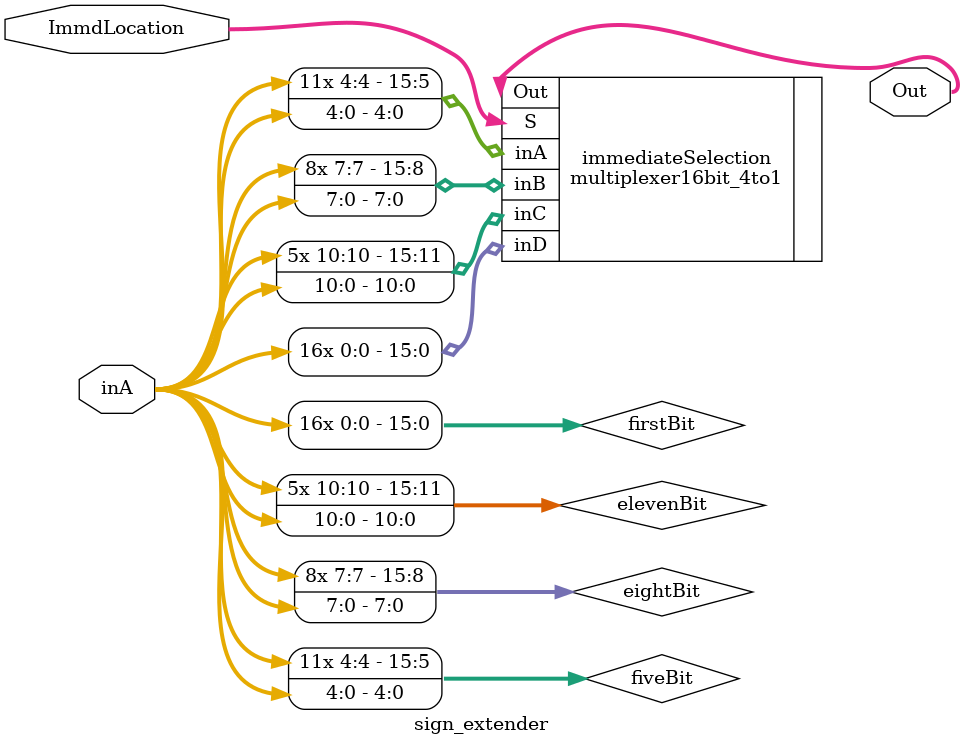
<source format=v>
module sign_extender(inA, ImmdLocation, Out);
    input [15:0] inA;
    input [1:0] ImmdLocation;
    output [15:0] Out;

    wire [15:0] fiveBit;
    wire [15:0] eightBit;
    wire [15:0] elevenBit;
    wire [15:0] firstBit;
    
    
    //Sign Extend
    assign firstBit[0] = inA[0];
    assign firstBit[1] = inA[0];
    assign firstBit[2] = inA[0];
    assign firstBit[3] = inA[0];
    assign firstBit[4] = inA[0];
    assign firstBit[5] = inA[0];
    assign firstBit[6] = inA[0];
    assign firstBit[7] = inA[0];
    assign firstBit[8] = inA[0];
    assign firstBit[9] = inA[0];
    assign firstBit[10] = inA[0];
    assign firstBit[11] = inA[0];
    assign firstBit[12] = inA[0];
    assign firstBit[13] = inA[0];
    assign firstBit[14] = inA[0];
    assign firstBit[15] = inA[0];

    assign fiveBit[4:0] = inA[4:0];
    assign fiveBit[5] = inA[4];
    assign fiveBit[6] = inA[4];
    assign fiveBit[7] = inA[4];    
    assign fiveBit[8] = inA[4];    
    assign fiveBit[9] = inA[4];    
    assign fiveBit[10] = inA[4];
    assign fiveBit[11] = inA[4];
    assign fiveBit[12] = inA[4];
    assign fiveBit[13] = inA[4];
    assign fiveBit[14] = inA[4];
    assign fiveBit[15] = inA[4];

    assign eightBit[7:0] = inA[7:0];
    assign eightBit[8] = inA[7];
    assign eightBit[9] = inA[7];
    assign eightBit[10] = inA[7];
    assign eightBit[11] = inA[7];
    assign eightBit[12] = inA[7];
    assign eightBit[13] = inA[7];
    assign eightBit[14] = inA[7];
    assign eightBit[15] = inA[7];

    assign elevenBit[10:0] = inA[10:0];
    assign elevenBit[11] = inA[10];
    assign elevenBit[12] = inA[10];
    assign elevenBit[13] = inA[10];
    assign elevenBit[14] = inA[10];
    assign elevenBit[15] = inA[10];

    //pick which extension we are using
    multiplexer16bit_4to1 immediateSelection(
        .inA        (fiveBit), 
        .inB        (eightBit), 
        .inC        (elevenBit), 
        .inD        (firstBit), 
        .S          (ImmdLocation), 
        .Out        (Out)
    ); 

endmodule

</source>
